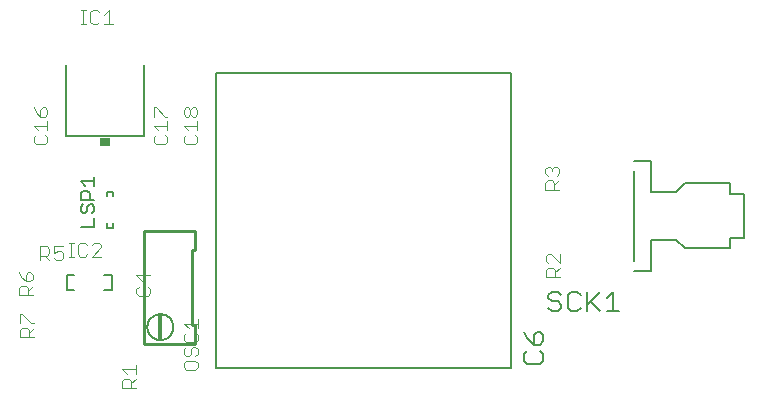
<source format=gto>
G75*
G70*
%OFA0B0*%
%FSLAX24Y24*%
%IPPOS*%
%LPD*%
%AMOC8*
5,1,8,0,0,1.08239X$1,22.5*
%
%ADD10C,0.0060*%
%ADD11C,0.0080*%
%ADD12C,0.0050*%
%ADD13C,0.0040*%
%ADD14R,0.0340X0.0300*%
%ADD15C,0.0100*%
%ADD16R,0.0157X0.0827*%
D10*
X011499Y007273D02*
X011501Y007314D01*
X011507Y007355D01*
X011517Y007395D01*
X011530Y007434D01*
X011547Y007471D01*
X011568Y007507D01*
X011592Y007541D01*
X011619Y007572D01*
X011648Y007600D01*
X011681Y007626D01*
X011715Y007648D01*
X011752Y007667D01*
X011790Y007682D01*
X011830Y007694D01*
X011870Y007702D01*
X011911Y007706D01*
X011953Y007706D01*
X011994Y007702D01*
X012034Y007694D01*
X012074Y007682D01*
X012112Y007667D01*
X012148Y007648D01*
X012183Y007626D01*
X012216Y007600D01*
X012245Y007572D01*
X012272Y007541D01*
X012296Y007507D01*
X012317Y007471D01*
X012334Y007434D01*
X012347Y007395D01*
X012357Y007355D01*
X012363Y007314D01*
X012365Y007273D01*
X012363Y007232D01*
X012357Y007191D01*
X012347Y007151D01*
X012334Y007112D01*
X012317Y007075D01*
X012296Y007039D01*
X012272Y007005D01*
X012245Y006974D01*
X012216Y006946D01*
X012183Y006920D01*
X012149Y006898D01*
X012112Y006879D01*
X012074Y006864D01*
X012034Y006852D01*
X011994Y006844D01*
X011953Y006840D01*
X011911Y006840D01*
X011870Y006844D01*
X011830Y006852D01*
X011790Y006864D01*
X011752Y006879D01*
X011716Y006898D01*
X011681Y006920D01*
X011648Y006946D01*
X011619Y006974D01*
X011592Y007005D01*
X011568Y007039D01*
X011547Y007075D01*
X011530Y007112D01*
X011517Y007151D01*
X011507Y007191D01*
X011501Y007232D01*
X011499Y007273D01*
X010346Y010582D02*
X010346Y010732D01*
X010346Y010582D02*
X010146Y010582D01*
X010146Y010732D01*
X010146Y011632D02*
X010146Y011782D01*
X010346Y011782D01*
X010346Y011632D01*
X024060Y007119D02*
X024167Y006905D01*
X024381Y006692D01*
X024381Y007012D01*
X024487Y007119D01*
X024594Y007119D01*
X024701Y007012D01*
X024701Y006798D01*
X024594Y006692D01*
X024381Y006692D01*
X024594Y006474D02*
X024701Y006367D01*
X024701Y006154D01*
X024594Y006047D01*
X024167Y006047D01*
X024060Y006154D01*
X024060Y006367D01*
X024167Y006474D01*
X024976Y007811D02*
X024869Y007917D01*
X024976Y007811D02*
X025189Y007811D01*
X025296Y007917D01*
X025296Y008024D01*
X025189Y008131D01*
X024976Y008131D01*
X024869Y008238D01*
X024869Y008344D01*
X024976Y008451D01*
X025189Y008451D01*
X025296Y008344D01*
X025513Y008344D02*
X025513Y007917D01*
X025620Y007811D01*
X025834Y007811D01*
X025940Y007917D01*
X026158Y007811D02*
X026158Y008451D01*
X025940Y008344D02*
X025834Y008451D01*
X025620Y008451D01*
X025513Y008344D01*
X026158Y008024D02*
X026585Y008451D01*
X026803Y008238D02*
X027016Y008451D01*
X027016Y007811D01*
X026803Y007811D02*
X027230Y007811D01*
X026585Y007811D02*
X026265Y008131D01*
D11*
X027706Y009150D02*
X028277Y009150D01*
X028277Y010193D01*
X029124Y010193D01*
X029419Y009898D01*
X030915Y009898D01*
X030915Y010233D01*
X031378Y010233D01*
X031378Y011729D01*
X030915Y011729D01*
X030915Y012063D01*
X029419Y012063D01*
X029124Y011768D01*
X028277Y011768D01*
X028277Y012811D01*
X027706Y012811D01*
X027706Y012496D02*
X027706Y009465D01*
X011377Y013644D02*
X008797Y013644D01*
X008797Y016004D01*
X011377Y016004D02*
X011377Y013644D01*
D12*
X009721Y012288D02*
X009721Y011988D01*
X009721Y012138D02*
X009270Y012138D01*
X009421Y011988D01*
X009346Y011828D02*
X009496Y011828D01*
X009571Y011753D01*
X009571Y011527D01*
X009721Y011527D02*
X009270Y011527D01*
X009270Y011753D01*
X009346Y011828D01*
X009346Y011367D02*
X009270Y011292D01*
X009270Y011142D01*
X009346Y011067D01*
X009421Y011067D01*
X009496Y011142D01*
X009496Y011292D01*
X009571Y011367D01*
X009646Y011367D01*
X009721Y011292D01*
X009721Y011142D01*
X009646Y011067D01*
X009721Y010907D02*
X009721Y010607D01*
X009270Y010607D01*
X009063Y009004D02*
X008813Y009004D01*
X008813Y008504D01*
X009063Y008504D01*
X010063Y008504D02*
X010313Y008504D01*
X010313Y009004D01*
X010063Y009004D01*
X013776Y005913D02*
X023618Y005913D01*
X023618Y015756D01*
X013776Y015756D01*
X013776Y005913D01*
D13*
X010651Y005479D02*
X010651Y005249D01*
X011112Y005249D01*
X010958Y005249D02*
X010958Y005479D01*
X010882Y005556D01*
X010728Y005556D01*
X010651Y005479D01*
X010805Y005710D02*
X010651Y005863D01*
X011112Y005863D01*
X011112Y005710D02*
X011112Y006017D01*
X011112Y005556D02*
X010958Y005403D01*
X012717Y005931D02*
X012793Y005854D01*
X013100Y005854D01*
X013177Y005931D01*
X013177Y006084D01*
X013100Y006161D01*
X012793Y006161D01*
X012717Y006084D01*
X012717Y005931D01*
X012793Y006315D02*
X012870Y006315D01*
X012947Y006391D01*
X012947Y006545D01*
X013024Y006622D01*
X013100Y006622D01*
X013177Y006545D01*
X013177Y006391D01*
X013100Y006315D01*
X012793Y006315D02*
X012717Y006391D01*
X012717Y006545D01*
X012793Y006622D01*
X012793Y006775D02*
X013100Y006775D01*
X013177Y006852D01*
X013177Y007005D01*
X013100Y007082D01*
X013177Y007235D02*
X013177Y007542D01*
X013177Y007389D02*
X012717Y007389D01*
X012870Y007235D01*
X012793Y007082D02*
X012717Y007005D01*
X012717Y006852D01*
X012793Y006775D01*
X011518Y008322D02*
X011211Y008322D01*
X011134Y008399D01*
X011134Y008552D01*
X011211Y008629D01*
X011365Y008782D02*
X011365Y009089D01*
X011595Y009012D02*
X011134Y009012D01*
X011365Y008782D01*
X011518Y008629D02*
X011595Y008552D01*
X011595Y008399D01*
X011518Y008322D01*
X009959Y009624D02*
X009652Y009624D01*
X009959Y009931D01*
X009959Y010008D01*
X009883Y010084D01*
X009729Y010084D01*
X009652Y010008D01*
X009499Y010008D02*
X009422Y010084D01*
X009269Y010084D01*
X009192Y010008D01*
X009192Y009701D01*
X009269Y009624D01*
X009422Y009624D01*
X009499Y009701D01*
X009039Y009624D02*
X008885Y009624D01*
X008962Y009624D02*
X008962Y010084D01*
X008885Y010084D02*
X009039Y010084D01*
X008688Y009964D02*
X008381Y009964D01*
X008381Y009734D01*
X008534Y009811D01*
X008611Y009811D01*
X008688Y009734D01*
X008688Y009581D01*
X008611Y009504D01*
X008458Y009504D01*
X008381Y009581D01*
X008228Y009504D02*
X008074Y009658D01*
X008151Y009658D02*
X007921Y009658D01*
X007921Y009504D02*
X007921Y009964D01*
X008151Y009964D01*
X008228Y009888D01*
X008228Y009734D01*
X008151Y009658D01*
X007596Y009105D02*
X007519Y009105D01*
X007443Y009028D01*
X007443Y008798D01*
X007596Y008798D01*
X007673Y008875D01*
X007673Y009028D01*
X007596Y009105D01*
X007289Y008951D02*
X007443Y008798D01*
X007443Y008644D02*
X007519Y008568D01*
X007519Y008337D01*
X007673Y008337D02*
X007212Y008337D01*
X007212Y008568D01*
X007289Y008644D01*
X007443Y008644D01*
X007519Y008491D02*
X007673Y008644D01*
X007289Y008951D02*
X007212Y009105D01*
X007244Y007705D02*
X007320Y007705D01*
X007627Y007399D01*
X007704Y007399D01*
X007704Y007245D02*
X007550Y007092D01*
X007550Y007168D02*
X007550Y006938D01*
X007704Y006938D02*
X007244Y006938D01*
X007244Y007168D01*
X007320Y007245D01*
X007474Y007245D01*
X007550Y007168D01*
X007244Y007399D02*
X007244Y007705D01*
X007781Y013372D02*
X008088Y013372D01*
X008165Y013449D01*
X008165Y013603D01*
X008088Y013679D01*
X008165Y013833D02*
X008165Y014140D01*
X008165Y013986D02*
X007704Y013986D01*
X007858Y013833D01*
X007781Y013679D02*
X007704Y013603D01*
X007704Y013449D01*
X007781Y013372D01*
X007934Y014293D02*
X007934Y014523D01*
X008011Y014600D01*
X008088Y014600D01*
X008165Y014523D01*
X008165Y014370D01*
X008088Y014293D01*
X007934Y014293D01*
X007781Y014447D01*
X007704Y014600D01*
X011704Y014600D02*
X011704Y014293D01*
X011704Y013986D02*
X012165Y013986D01*
X012165Y013833D02*
X012165Y014140D01*
X012165Y014293D02*
X012088Y014293D01*
X011781Y014600D01*
X011704Y014600D01*
X011704Y013986D02*
X011858Y013833D01*
X011781Y013679D02*
X011704Y013603D01*
X011704Y013449D01*
X011781Y013372D01*
X012088Y013372D01*
X012165Y013449D01*
X012165Y013603D01*
X012088Y013679D01*
X012704Y013603D02*
X012704Y013449D01*
X012781Y013372D01*
X013088Y013372D01*
X013165Y013449D01*
X013165Y013603D01*
X013088Y013679D01*
X013165Y013833D02*
X013165Y014140D01*
X013165Y013986D02*
X012704Y013986D01*
X012858Y013833D01*
X012781Y013679D02*
X012704Y013603D01*
X012781Y014293D02*
X012858Y014293D01*
X012934Y014370D01*
X012934Y014523D01*
X013011Y014600D01*
X013088Y014600D01*
X013165Y014523D01*
X013165Y014370D01*
X013088Y014293D01*
X013011Y014293D01*
X012934Y014370D01*
X012934Y014523D02*
X012858Y014600D01*
X012781Y014600D01*
X012704Y014523D01*
X012704Y014370D01*
X012781Y014293D01*
X010363Y017380D02*
X010056Y017380D01*
X010209Y017380D02*
X010209Y017840D01*
X010056Y017687D01*
X009902Y017764D02*
X009826Y017840D01*
X009672Y017840D01*
X009595Y017764D01*
X009595Y017457D01*
X009672Y017380D01*
X009826Y017380D01*
X009902Y017457D01*
X009442Y017380D02*
X009289Y017380D01*
X009365Y017380D02*
X009365Y017840D01*
X009289Y017840D02*
X009442Y017840D01*
X024760Y012550D02*
X024760Y012397D01*
X024837Y012320D01*
X024837Y012166D02*
X024990Y012166D01*
X025067Y012090D01*
X025067Y011860D01*
X025067Y012013D02*
X025220Y012166D01*
X025144Y012320D02*
X025220Y012397D01*
X025220Y012550D01*
X025144Y012627D01*
X025067Y012627D01*
X024990Y012550D01*
X024990Y012473D01*
X024990Y012550D02*
X024913Y012627D01*
X024837Y012627D01*
X024760Y012550D01*
X024837Y012166D02*
X024760Y012090D01*
X024760Y011860D01*
X025220Y011860D01*
X025250Y009715D02*
X025250Y009408D01*
X024943Y009715D01*
X024866Y009715D01*
X024790Y009639D01*
X024790Y009485D01*
X024866Y009408D01*
X024866Y009255D02*
X025020Y009255D01*
X025097Y009178D01*
X025097Y008948D01*
X025250Y008948D02*
X024790Y008948D01*
X024790Y009178D01*
X024866Y009255D01*
X025097Y009101D02*
X025250Y009255D01*
D14*
X010087Y013454D03*
D15*
X011381Y010481D02*
X013094Y010481D01*
X013094Y009851D01*
X012995Y009851D01*
X012995Y007332D01*
X013094Y007332D01*
X013094Y006702D01*
X011381Y006702D01*
X011381Y010481D01*
D16*
X011932Y007273D03*
M02*

</source>
